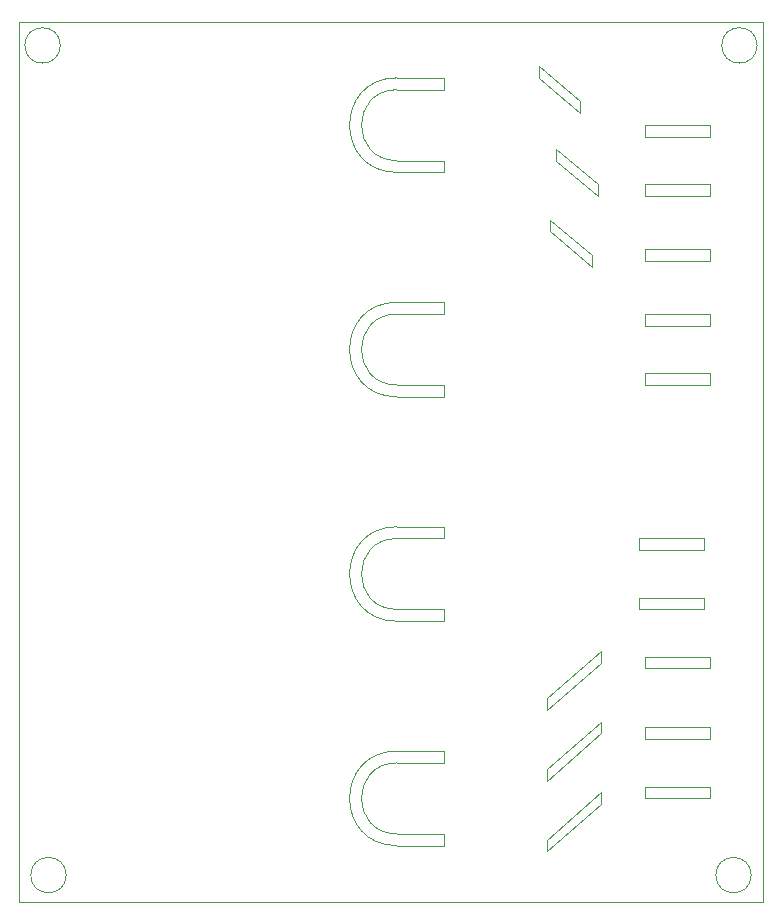
<source format=gm1>
G04 #@! TF.GenerationSoftware,KiCad,Pcbnew,8.0.6*
G04 #@! TF.CreationDate,2025-05-08T21:35:26+02:00*
G04 #@! TF.ProjectId,Relay_board,52656c61-795f-4626-9f61-72642e6b6963,rev?*
G04 #@! TF.SameCoordinates,Original*
G04 #@! TF.FileFunction,Profile,NP*
%FSLAX46Y46*%
G04 Gerber Fmt 4.6, Leading zero omitted, Abs format (unit mm)*
G04 Created by KiCad (PCBNEW 8.0.6) date 2025-05-08 21:35:26*
%MOMM*%
%LPD*%
G01*
G04 APERTURE LIST*
G04 #@! TA.AperFunction,Profile*
%ADD10C,0.050000*%
G04 #@! TD*
G04 APERTURE END LIST*
D10*
X162500000Y-79000000D02*
X162500000Y-80000000D01*
X107500000Y-56250000D02*
G75*
G02*
X104500000Y-56250000I-1500000J0D01*
G01*
X104500000Y-56250000D02*
G75*
G02*
X107500000Y-56250000I1500000J0D01*
G01*
X148000000Y-58000000D02*
X151500000Y-61000000D01*
X136000000Y-116000000D02*
X140000000Y-116000000D01*
X148750000Y-117500000D02*
X153250000Y-113500000D01*
X136000000Y-67000000D02*
G75*
G02*
X136000000Y-59000000I0J4000000D01*
G01*
X153250000Y-107500000D02*
X153250000Y-108500000D01*
X157000000Y-73500000D02*
X157000000Y-74500000D01*
X157000000Y-115000000D02*
X157000000Y-114000000D01*
X162000000Y-103000000D02*
X162000000Y-104000000D01*
X153250000Y-108500000D02*
X148750000Y-112500000D01*
X148750000Y-118500000D02*
X148750000Y-117500000D01*
X157000000Y-79000000D02*
X157000000Y-80000000D01*
X156500000Y-103000000D02*
X162000000Y-103000000D01*
X162000000Y-99000000D02*
X156500000Y-99000000D01*
X166000000Y-126500000D02*
G75*
G02*
X163000000Y-126500000I-1500000J0D01*
G01*
X163000000Y-126500000D02*
G75*
G02*
X166000000Y-126500000I1500000J0D01*
G01*
X157000000Y-120000000D02*
X157000000Y-119000000D01*
X140000000Y-98000000D02*
X136000000Y-98000000D01*
X136000000Y-59000000D02*
X140000000Y-59000000D01*
X140000000Y-86000000D02*
X136000000Y-86000000D01*
X104000000Y-54250000D02*
X167000000Y-54250000D01*
X167000000Y-128750000D01*
X104000000Y-128750000D01*
X104000000Y-54250000D01*
X162500000Y-108000000D02*
X162500000Y-109000000D01*
X162500000Y-85000000D02*
X157000000Y-85000000D01*
X136000000Y-85000000D02*
X140000000Y-85000000D01*
X136000000Y-105000000D02*
G75*
G02*
X136000000Y-97000000I0J4000000D01*
G01*
X162500000Y-74500000D02*
X157000000Y-74500000D01*
X136000000Y-123000000D02*
X140000000Y-123000000D01*
X149000000Y-71000000D02*
X152500000Y-74000000D01*
X153250000Y-114500000D02*
X148750000Y-118500000D01*
X136000000Y-97000000D02*
X140000000Y-97000000D01*
X162500000Y-80000000D02*
X157000000Y-80000000D01*
X140000000Y-85000000D02*
X140000000Y-86000000D01*
X152500000Y-74000000D02*
X152500000Y-75000000D01*
X152500000Y-75000000D02*
X149000000Y-72000000D01*
X136000000Y-78000000D02*
X140000000Y-78000000D01*
X140000000Y-104000000D02*
X140000000Y-105000000D01*
X166500000Y-56250000D02*
G75*
G02*
X163500000Y-56250000I-1500000J0D01*
G01*
X163500000Y-56250000D02*
G75*
G02*
X166500000Y-56250000I1500000J0D01*
G01*
X136000000Y-85000000D02*
G75*
G02*
X136000000Y-79000000I0J3000000D01*
G01*
X153000000Y-68000000D02*
X153000000Y-69000000D01*
X153250000Y-119500000D02*
X153250000Y-120500000D01*
X149500000Y-65000000D02*
X149500000Y-66000000D01*
X156500000Y-98000000D02*
X162000000Y-98000000D01*
X148000000Y-58000000D02*
X148000000Y-59000000D01*
X162500000Y-84000000D02*
X162500000Y-85000000D01*
X162500000Y-119000000D02*
X162500000Y-120000000D01*
X156500000Y-103000000D02*
X156500000Y-104000000D01*
X140000000Y-117000000D02*
X136000000Y-117000000D01*
X162500000Y-73500000D02*
X162500000Y-74500000D01*
X153250000Y-113500000D02*
X153250000Y-114500000D01*
X136000000Y-66000000D02*
X140000000Y-66000000D01*
X157000000Y-68000000D02*
X162500000Y-68000000D01*
X162500000Y-114000000D02*
X162500000Y-115000000D01*
X162500000Y-109000000D02*
X157000000Y-109000000D01*
X157000000Y-84000000D02*
X162500000Y-84000000D01*
X157000000Y-68000000D02*
X157000000Y-69000000D01*
X148750000Y-123500000D02*
X153250000Y-119500000D01*
X140000000Y-124000000D02*
X136000000Y-124000000D01*
X162500000Y-69000000D02*
X157000000Y-69000000D01*
X140000000Y-79000000D02*
X136000000Y-79000000D01*
X157000000Y-108000000D02*
X162500000Y-108000000D01*
X162500000Y-68000000D02*
X162500000Y-69000000D01*
X140000000Y-60000000D02*
X136000000Y-60000000D01*
X157000000Y-63000000D02*
X157000000Y-64000000D01*
X157000000Y-84000000D02*
X157000000Y-85000000D01*
X140000000Y-123000000D02*
X140000000Y-124000000D01*
X108000000Y-126500000D02*
G75*
G02*
X105000000Y-126500000I-1500000J0D01*
G01*
X105000000Y-126500000D02*
G75*
G02*
X108000000Y-126500000I1500000J0D01*
G01*
X140000000Y-78000000D02*
X140000000Y-79000000D01*
X148750000Y-111500000D02*
X153250000Y-107500000D01*
X149000000Y-71000000D02*
X149000000Y-72000000D01*
X136000000Y-104000000D02*
G75*
G02*
X136000000Y-98000000I0J3000000D01*
G01*
X149500000Y-65000000D02*
X153000000Y-68000000D01*
X157000000Y-108000000D02*
X157000000Y-109000000D01*
X162500000Y-63000000D02*
X162500000Y-64000000D01*
X157000000Y-114000000D02*
X162500000Y-114000000D01*
X136000000Y-123000000D02*
G75*
G02*
X136000000Y-117000000I0J3000000D01*
G01*
X136000000Y-124000000D02*
G75*
G02*
X136000000Y-116000000I0J4000000D01*
G01*
X162500000Y-64000000D02*
X157000000Y-64000000D01*
X140000000Y-105000000D02*
X136000000Y-105000000D01*
X148750000Y-112500000D02*
X148750000Y-111500000D01*
X162500000Y-120000000D02*
X157000000Y-120000000D01*
X162500000Y-115000000D02*
X157000000Y-115000000D01*
X153000000Y-69000000D02*
X149500000Y-66000000D01*
X157000000Y-73500000D02*
X162500000Y-73500000D01*
X162000000Y-104000000D02*
X156500000Y-104000000D01*
X140000000Y-59000000D02*
X140000000Y-60000000D01*
X140000000Y-66000000D02*
X140000000Y-67000000D01*
X151500000Y-61000000D02*
X151500000Y-62000000D01*
X157000000Y-119000000D02*
X162500000Y-119000000D01*
X153250000Y-120500000D02*
X148750000Y-124500000D01*
X157000000Y-79000000D02*
X162500000Y-79000000D01*
X136000000Y-86000000D02*
G75*
G02*
X136000000Y-78000000I0J4000000D01*
G01*
X148750000Y-124500000D02*
X148750000Y-123500000D01*
X162000000Y-98000000D02*
X162000000Y-99000000D01*
X136000000Y-104000000D02*
X140000000Y-104000000D01*
X140000000Y-67000000D02*
X136000000Y-67000000D01*
X156500000Y-98000000D02*
X156500000Y-99000000D01*
X136000000Y-66000000D02*
G75*
G02*
X136000000Y-60000000I0J3000000D01*
G01*
X140000000Y-116000000D02*
X140000000Y-117000000D01*
X151500000Y-62000000D02*
X148000000Y-59000000D01*
X157000000Y-63000000D02*
X162500000Y-63000000D01*
X140000000Y-97000000D02*
X140000000Y-98000000D01*
M02*

</source>
